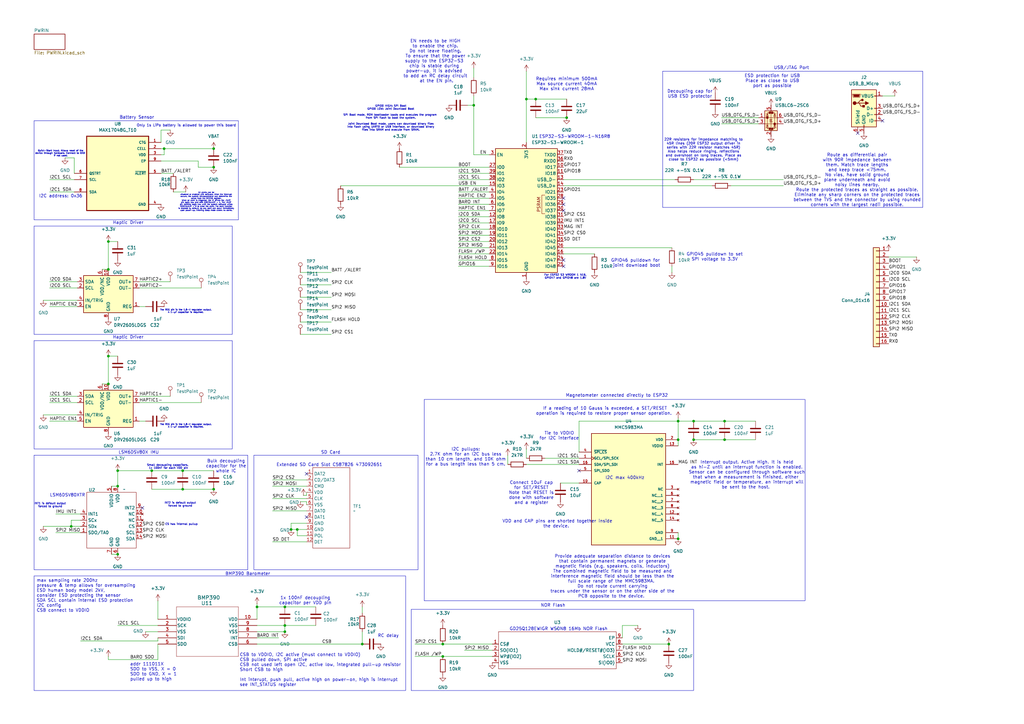
<source format=kicad_sch>
(kicad_sch (version 20250114) (generator "eeschema") (generator_version "9.0")
  (paper "A3")
  (rectangle (start 104.14 186.69) (end 171.45 233.68))
  (rectangle (start 173.99 163.83) (end 330.2 246.38))
  (rectangle (start 13.97 139.7) (end 95.25 184.15))
  (rectangle (start 271.78 29.21) (end 378.46 85.09))
  (rectangle (start 168.656 249.936) (end 284.48 283.21))
  (rectangle (start 13.97 186.69) (end 101.6 233.68))
  (rectangle (start 13.97 49.53) (end 97.79 90.17))
  (rectangle (start 13.97 236.22) (end 166.37 283.21))
  (rectangle (start 13.97 92.71) (end 95.25 137.16))
  (text "LSM6DSV80XTR" (at 27.686 203.2 0) (effects (font (size 1.27 1.27))))
  (text "INT2 is default output\nforced to ground" (at 73.914 207.01 0) (effects (font (size 0.762 0.762))))
  (text "I2C address: 0x36" (at 24.892 80.518 0) (effects (font (size 1.27 1.27))))
  (text "Connect 10uF cap\nfor SET/RESET\nNote that RESET is\ndone with software\nand a register" (at 217.932 202.184 0) (effects (font (size 1.27 1.27))))
  (text "EN needs to be HIGH\nto enable the chip.\nDo not leave floating.\nTo ensure that the power\nsupply to the ESP32-S3 \nchip is stable during \npower-up, it is advised \nto add an RC delay circuit\n at the EN pin." (at 178.562 25.146 0) (effects (font (size 1.27 1.27))))
  (text "ESP32-S3-WROOM-1-N16R8\n" (at 235.712 56.134 0) (effects (font (size 1.27 1.27))))
  (text "ESD protection for USB\nPlace as close to USB\nport as possible" (at 316.738 33.274 0) (effects (font (size 1.27 1.27))))
  (text "CS has internal pullup" (at 74.422 215.138 0) (effects (font (size 0.762 0.762))))
  (text "GPIO46 pulldown for \njoint download boot" (at 261.112 107.95 0) (effects (font (size 1.27 1.27))))
  (text "VDD and CAP pins are shorted together inside\nthe device. " (at 228.6 214.884 0) (effects (font (size 1.27 1.27))))
  (text "Battery Sensor" (at 56.134 48.26 0) (effects (font (size 1.27 1.27))))
  (text "GPIO45 pulldown to set\nSPI voltage to 3.3V" (at 293.116 105.41 0) (effects (font (size 1.27 1.27))))
  (text "Route as differential pair\nwith 90R impedance between\nthem. Match trace lengths\nand keep trace <75mm.\nNo vias, have solid ground\nplane underneath and avoid\nnoisy lines nearby.\nRoute the protected traces as straight as possible.\nEliminate any sharp corners on the protected traces\nbetween the TVS and the connector by using rounded\ncorners with the largest radii possible." (at 351.536 73.914 0) (effects (font (size 1.27 1.27))))
  (text "Small decoupling capacitors, \n1x 100nF for each VDD pin" (at 69.088 191.516 0) (effects (font (size 0.762 0.762))))
  (text "I2C max 400kHz" (at 256.286 196.088 0) (effects (font (size 1.27 1.27))))
  (text "LSM6DSV80X IMU" (at 56.896 185.674 0) (effects (font (size 1.27 1.27))))
  (text "RC delay" (at 159.258 260.858 0) (effects (font (size 1.27 1.27))))
  (text "Extended SD Card Slot C587826 473092651" (at 135.128 190.754 0) (effects (font (size 1.27 1.27))))
  (text "Bulk decoupling\ncapacitor for the\nwhole IC" (at 92.71 191.262 0) (effects (font (size 1.27 1.27))))
  (text "Haptic Driver" (at 52.578 91.44 0) (effects (font (size 1.27 1.27))))
  (text "addr 111011X\nSDO to VSS, X = 0\nSDO to GND, X = 1\npulled up to high" (at 53.34 275.59 0) (effects (font (size 1.27 1.27)) (justify left)))
  (text "Haptic Driver" (at 52.578 138.43 0) (effects (font (size 1.27 1.27))))
  (text "max sampling rate 200hz\npressure & temp allows for oversampling\nESD human body model 2kV, \nconsider ESD protecting the sensor\nSDA SCL contain internal ESD protection\nI2C config\nCSB connect to VDDIO\n" (at 14.986 244.348 0) (effects (font (size 1.27 1.27)) (justify left)))
  (text "Only 1s LiPo battery is allowed to power this board" (at 76.454 51.562 0) (effects (font (size 1.016 1.016))))
  (text "For ESP32 S3 WROOM 1 N16,\nGPIO47 and GPIO48 are 1.8V" (at 231.902 113.538 0) (effects (font (size 0.762 0.762))))
  (text "Magnetometer connected directly to ESP32" (at 252.984 162.306 0) (effects (font (size 1.27 1.27))))
  (text "I2C pullups:\n2.7K ohm for an I2C bus less\nthan 10 cm length, and 10K ohm\nfor a bus length less than 5 cm." (at 191.008 187.452 0) (effects (font (size 1.27 1.27))))
  (text "Tie to VDDIO\nfor I2C interface" (at 229.362 178.816 0) (effects (font (size 1.27 1.27))))
  (text "The REG pin is the 1.8-V regulator output.\nA 1-µF capacitor is required." (at 76.2 174.752 0) (effects (font (size 0.635 0.635))))
  (text "Interrupt output. Active High. It is held\nas hi-Z until an interrupt function is enabled.\nSensor can be configured through software such\nthat when a measurement is finished, either \nmagnetic field or temperature, an interrupt will\nbe sent to the host. " (at 306.324 194.818 0) (effects (font (size 1.27 1.27))))
  (text "Requires minimum 500mA\nMax source current 40mA\nMax sink current 28mA" (at 232.41 34.544 0) (effects (font (size 1.27 1.27))))
  (text "INT1 is default output\nforced to ground" (at 20.574 207.264 0) (effects (font (size 0.762 0.762))))
  (text "BMP390 Barometer" (at 101.6 235.458 0) (effects (font (size 1.27 1.27))))
  (text "1x 100nF decoupling\ncapacitor per VDD pin" (at 125.222 246.38 0) (effects (font (size 1.27 1.27))))
  (text "Quick-Start Input. Allows reset of the\ndevice through hardware. Connect to GND \nif not used." (at 24.892 62.992 0) (effects (font (size 0.635 0.635))))
  (text "NOR Flash" (at 226.822 248.412 0) (effects (font (size 1.27 1.27))))
  (text "The REG pin is the 1.8-V regulator output.\nA 1-µF capacitor is required." (at 76.2 127.762 0) (effects (font (size 0.635 0.635))))
  (text "USB/JTAG Port" (at 324.612 27.94 0) (effects (font (size 1.27 1.27))))
  (text "All alerts can be\ndisabled or enabled with software. When the interrupt\noccurs, the system microcontroller can determine the\ncause from the STATUS register.\nWhen an alert is triggered, the IC drives the /ALRT\npin logic-low and sets CONFIG.ALRT = 1. The /ALRT\npin remains logic-low until the system software writes\nCONFIG.ALRT = 0 to clear the alert. The alert function\nis enabled by default, so any alert can occur immediately\nupon power-up. Entering sleep mode clears no alerts." (at 84.582 82.804 0) (effects (font (size 0.508 0.508))))
  (text "CSB to VDDIO, I2C active (must connect to VDDIO)\nCSB pulled down, SPI active\nCSB not used left open I2C, active low, integrated pull-up resistor\nShort CSB to high\n\nInt interupt, push pull, active high on power-on, high is interrupt\nsee INT_STATUS register " (at 98.298 274.828 0) (effects (font (size 1.27 1.27)) (justify left)))
  (text "22R resistors for impedance matching to\n45R lines (20R ESP32 output driver in\nseries with 22R resistor matches 45R)\nAlso helps reduce ringing, reflections\nand overshoot on long traces. Place as\nclose to ESP32 as possible (<5mm)" (at 288.544 61.468 0) (effects (font (size 1.016 1.016))))
  (text "GPIO0 HIGH: SPI Boot\nGPIO0 LOW: Joint Download Boot\n\nSPI Boot mode, ROM bootloader loads and executes the program \nfrom SPI flash to boot the system.\n\nJoint Download Boot mode, users can download binary files\ninto flash using UART0 or USB interface, or download binary\nfiles into SRAM and execute from SRAM." (at 160.274 48.514 0) (effects (font (size 0.762 0.762))))
  (text "GD25Q128EWIGR WSON8 16Mb NOR Flash" (at 229.108 258.064 0) (effects (font (size 1.27 1.27))))
  (text "SD Card" (at 135.636 185.674 0) (effects (font (size 1.27 1.27))))
  (text "Provide adequate separation distance to devices\nthat contain permanent magnets or generate\nmagnetic fields (e.g. speakers, coils, inductors)\nThe combined magnetic field to be measured and\ninterference magnetic field should be less than the\nfull scale range of the MMC5983MA. \nDo not route current carrying\ntraces under the sensor or on the other side of the\nPCB opposite to the device. \n" (at 251.206 236.474 0) (effects (font (size 1.27 1.27))))
  (text "Decoupling cap for\nUSB ESD protector" (at 282.956 38.608 0) (effects (font (size 1.27 1.27))))
  (text "If a reading of 10 Gauss is exceeded, a SET/RESET\noperation is required to restore proper sensor operation. " (at 248.158 168.656 0) (effects (font (size 1.27 1.27))))
  (junction (at 121.92 217.17))
  (junction (at 278.13 180.34))
  (junction (at 116.84 256.54))
  (junction (at 44.45 157.48))
  (junction (at 278.13 172.72))
  (junction (at 74.93 193.04))
  (junction (at 215.9 40.64))
  (junction (at 284.48 172.72))
  (junction (at 232.41 48.26))
  (junction (at 44.45 110.49))
  (junction (at 48.26 227.33))
  (junction (at 87.63 200.66))
  (junction (at 194.31 43.18))
  (junction (at 44.45 146.05))
  (junction (at 105.41 248.92))
  (junction (at 116.84 248.92))
  (junction (at 48.26 199.39))
  (junction (at 181.61 264.16))
  (junction (at 278.13 220.98))
  (junction (at 119.38 217.17))
  (junction (at 44.45 99.06))
  (junction (at 87.63 68.58))
  (junction (at 67.31 60.96))
  (junction (at 62.23 193.04))
  (junction (at 29.21 215.9))
  (junction (at 219.71 40.64))
  (junction (at 48.26 193.04))
  (junction (at 87.63 60.96))
  (junction (at 181.61 269.24))
  (junction (at 116.84 259.08))
  (junction (at 297.18 180.34))
  (junction (at 74.93 200.66))
  (junction (at 297.18 172.72))
  (junction (at 274.32 264.16))
  (junction (at 148.59 264.16))
  (junction (at 284.48 180.34))
  (no_connect (at 231.14 106.68))
  (no_connect (at 231.14 86.36))
  (no_connect (at 237.49 193.04))
  (no_connect (at 125.73 194.31))
  (no_connect (at 231.14 109.22))
  (no_connect (at 361.95 49.53))
  (no_connect (at 231.14 81.28))
  (no_connect (at 58.42 208.28))
  (no_connect (at 231.14 83.82))
  (no_connect (at 125.73 212.09))
  (no_connect (at 351.79 54.61))
  (wire (pts (xy 299.72 76.2) (xy 321.31 76.2)))
  (wire (pts (xy 66.04 53.34) (xy 69.85 53.34)))
  (wire (pts (xy 123.19 137.16) (xy 135.89 137.16)))
  (wire (pts (xy 187.96 106.68) (xy 200.66 106.68)))
  (wire (pts (xy 187.96 96.52) (xy 200.66 96.52)))
  (wire (pts (xy 111.76 199.39) (xy 125.73 199.39)))
  (wire (pts (xy 255.27 264.16) (xy 274.32 264.16)))
  (wire (pts (xy 278.13 171.45) (xy 278.13 172.72)))
  (wire (pts (xy 57.15 165.1) (xy 82.55 165.1)))
  (wire (pts (xy 22.86 210.82) (xy 33.02 210.82)))
  (wire (pts (xy 62.23 200.66) (xy 74.93 200.66)))
  (wire (pts (xy 33.02 262.89) (xy 64.77 262.89)))
  (wire (pts (xy 64.77 264.16) (xy 64.77 270.51)))
  (wire (pts (xy 187.96 99.06) (xy 200.66 99.06)))
  (wire (pts (xy 17.78 215.9) (xy 29.21 215.9)))
  (wire (pts (xy 278.13 172.72) (xy 278.13 180.34)))
  (wire (pts (xy 81.28 66.04) (xy 81.28 68.58)))
  (wire (pts (xy 111.76 209.55) (xy 125.73 209.55)))
  (wire (pts (xy 33.02 213.36) (xy 29.21 213.36)))
  (wire (pts (xy 219.71 48.26) (xy 232.41 48.26)))
  (wire (pts (xy 116.84 256.54) (xy 129.54 256.54)))
  (wire (pts (xy 121.92 219.71) (xy 121.92 217.17)))
  (wire (pts (xy 57.15 162.56) (xy 69.85 162.56)))
  (wire (pts (xy 74.93 200.66) (xy 87.63 200.66)))
  (wire (pts (xy 123.19 111.76) (xy 135.89 111.76)))
  (wire (pts (xy 208.28 186.69) (xy 208.28 190.5)))
  (wire (pts (xy 45.72 199.39) (xy 48.26 199.39)))
  (wire (pts (xy 26.67 64.77) (xy 30.48 64.77)))
  (wire (pts (xy 64.77 246.38) (xy 64.77 254)))
  (wire (pts (xy 30.48 73.66) (xy 20.32 73.66)))
  (wire (pts (xy 231.14 101.6) (xy 275.59 101.6)))
  (wire (pts (xy 20.32 165.1) (xy 31.75 165.1)))
  (wire (pts (xy 17.78 123.19) (xy 31.75 123.19)))
  (wire (pts (xy 219.71 40.64) (xy 232.41 40.64)))
  (wire (pts (xy 105.41 259.08) (xy 116.84 259.08)))
  (wire (pts (xy 20.32 125.73) (xy 31.75 125.73)))
  (wire (pts (xy 105.41 256.54) (xy 116.84 256.54)))
  (wire (pts (xy 237.49 185.42) (xy 237.49 172.72)))
  (wire (pts (xy 114.3 261.62) (xy 105.41 261.62)))
  (wire (pts (xy 66.04 60.96) (xy 67.31 60.96)))
  (wire (pts (xy 30.48 78.74) (xy 20.32 78.74)))
  (wire (pts (xy 231.14 73.66) (xy 276.86 73.66)))
  (wire (pts (xy 20.32 162.56) (xy 31.75 162.56)))
  (wire (pts (xy 41.91 110.49) (xy 44.45 110.49)))
  (wire (pts (xy 67.31 60.96) (xy 87.63 60.96)))
  (wire (pts (xy 125.73 203.2) (xy 124.46 203.2)))
  (wire (pts (xy 66.04 71.12) (xy 71.12 71.12)))
  (wire (pts (xy 67.31 60.96) (xy 67.31 63.5)))
  (wire (pts (xy 148.59 248.92) (xy 148.59 251.46)))
  (wire (pts (xy 62.23 193.04) (xy 74.93 193.04)))
  (wire (pts (xy 215.9 190.5) (xy 237.49 190.5)))
  (wire (pts (xy 194.31 63.5) (xy 200.66 63.5)))
  (wire (pts (xy 215.9 40.64) (xy 215.9 58.42)))
  (wire (pts (xy 187.96 88.9) (xy 200.66 88.9)))
  (wire (pts (xy 181.61 269.24) (xy 201.93 269.24)))
  (wire (pts (xy 148.59 259.08) (xy 148.59 264.16)))
  (wire (pts (xy 111.76 204.47) (xy 125.73 204.47)))
  (wire (pts (xy 59.69 172.72) (xy 57.15 172.72)))
  (wire (pts (xy 187.96 83.82) (xy 200.66 83.82)))
  (wire (pts (xy 125.73 205.74) (xy 125.73 207.01)))
  (wire (pts (xy 187.96 91.44) (xy 200.66 91.44)))
  (wire (pts (xy 44.45 99.06) (xy 48.26 99.06)))
  (wire (pts (xy 66.04 58.42) (xy 66.04 53.34)))
  (wire (pts (xy 121.92 217.17) (xy 125.73 217.17)))
  (wire (pts (xy 194.31 27.94) (xy 194.31 31.75)))
  (wire (pts (xy 125.73 201.93) (xy 125.73 203.2)))
  (wire (pts (xy 123.19 127) (xy 135.89 127)))
  (wire (pts (xy 20.32 115.57) (xy 31.75 115.57)))
  (wire (pts (xy 64.77 262.89) (xy 64.77 261.62)))
  (wire (pts (xy 123.19 116.84) (xy 135.89 116.84)))
  (wire (pts (xy 295.91 48.26) (xy 311.15 48.26)))
  (wire (pts (xy 194.31 39.37) (xy 194.31 43.18)))
  (wire (pts (xy 48.26 193.04) (xy 48.26 199.39)))
  (wire (pts (xy 163.83 68.58) (xy 200.66 68.58)))
  (wire (pts (xy 223.52 187.96) (xy 237.49 187.96)))
  (wire (pts (xy 123.19 205.74) (xy 125.73 205.74)))
  (wire (pts (xy 190.5 266.7) (xy 201.93 266.7)))
  (wire (pts (xy 111.76 196.85) (xy 125.73 196.85)))
  (wire (pts (xy 295.91 50.8) (xy 311.15 50.8)))
  (wire (pts (xy 123.19 121.92) (xy 135.89 121.92)))
  (wire (pts (xy 22.86 218.44) (xy 33.02 218.44)))
  (wire (pts (xy 20.32 172.72) (xy 31.75 172.72)))
  (wire (pts (xy 44.45 146.05) (xy 44.45 157.48)))
  (wire (pts (xy 367.03 39.37) (xy 361.95 39.37)))
  (wire (pts (xy 45.72 227.33) (xy 48.26 227.33)))
  (wire (pts (xy 284.48 73.66) (xy 321.31 73.66)))
  (wire (pts (xy 215.9 40.64) (xy 219.71 40.64)))
  (wire (pts (xy 187.96 86.36) (xy 200.66 86.36)))
  (wire (pts (xy 275.59 111.76) (xy 275.59 109.22)))
  (wire (pts (xy 105.41 264.16) (xy 148.59 264.16)))
  (wire (pts (xy 181.61 264.16) (xy 201.93 264.16)))
  (wire (pts (xy 187.96 109.22) (xy 200.66 109.22)))
  (wire (pts (xy 297.18 180.34) (xy 309.88 180.34)))
  (wire (pts (xy 57.15 118.11) (xy 82.55 118.11)))
  (wire (pts (xy 170.18 269.24) (xy 181.61 269.24)))
  (wire (pts (xy 284.48 172.72) (xy 297.18 172.72)))
  (wire (pts (xy 278.13 180.34) (xy 278.13 182.88)))
  (wire (pts (xy 231.14 76.2) (xy 292.1 76.2)))
  (wire (pts (xy 66.04 63.5) (xy 67.31 63.5)))
  (wire (pts (xy 187.96 104.14) (xy 200.66 104.14)))
  (wire (pts (xy 48.26 256.54) (xy 64.77 256.54)))
  (wire (pts (xy 187.96 101.6) (xy 200.66 101.6)))
  (wire (pts (xy 215.9 184.15) (xy 215.9 187.96)))
  (wire (pts (xy 119.38 214.63) (xy 119.38 217.17)))
  (wire (pts (xy 17.78 170.18) (xy 31.75 170.18)))
  (wire (pts (xy 111.76 222.25) (xy 125.73 222.25)))
  (wire (pts (xy 105.41 248.92) (xy 116.84 248.92)))
  (wire (pts (xy 194.31 43.18) (xy 194.31 63.5)))
  (wire (pts (xy 57.15 115.57) (xy 69.85 115.57)))
  (wire (pts (xy 229.87 198.12) (xy 237.49 198.12)))
  (wire (pts (xy 278.13 218.44) (xy 278.13 220.98)))
  (wire (pts (xy 297.18 172.72) (xy 309.88 172.72)))
  (wire (pts (xy 187.96 81.28) (xy 200.66 81.28)))
  (wire (pts (xy 231.14 104.14) (xy 243.84 104.14)))
  (wire (pts (xy 237.49 172.72) (xy 278.13 172.72)))
  (wire (pts (xy 59.69 259.08) (xy 64.77 259.08)))
  (wire (pts (xy 44.45 146.05) (xy 48.26 146.05)))
  (wire (pts (xy 30.48 64.77) (xy 30.48 71.12)))
  (wire (pts (xy 105.41 248.92) (xy 105.41 247.65)))
  (wire (pts (xy 215.9 29.21) (xy 215.9 40.64)))
  (wire (pts (xy 105.41 254) (xy 105.41 248.92)))
  (wire (pts (xy 44.45 99.06) (xy 44.45 110.49)))
  (wire (pts (xy 48.26 193.04) (xy 62.23 193.04)))
  (wire (pts (xy 29.21 215.9) (xy 33.02 215.9)))
  (wire (pts (xy 41.91 157.48) (xy 44.45 157.48)))
  (wire (pts (xy 255.27 256.54) (xy 255.27 261.62)))
  (wire (pts (xy 66.04 66.04) (xy 81.28 66.04)))
  (wire (pts (xy 261.62 256.54) (xy 255.27 256.54)))
  (wire (pts (xy 278.13 172.72) (xy 284.48 172.72)))
  (wire (pts (xy 44.45 270.51) (xy 64.77 270.51)))
  (wire (pts (xy 44.45 269.24) (xy 44.45 270.51)))
  (wire (pts (xy 29.21 213.36) (xy 29.21 215.9)))
  (wire (pts (xy 74.93 193.04) (xy 87.63 193.04)))
  (wire (pts (xy 170.18 264.16) (xy 181.61 264.16)))
  (wire (pts (xy 59.69 125.73) (xy 57.15 125.73)))
  (wire (pts (xy 116.84 248.92) (xy 129.54 248.92)))
  (wire (pts (xy 81.28 68.58) (xy 87.63 68.58)))
  (wire (pts (xy 191.77 43.18) (xy 194.31 43.18)))
  (wire (pts (xy 125.73 214.63) (xy 119.38 214.63)))
  (wire (pts (xy 125.73 219.71) (xy 121.92 219.71)))
  (wire (pts (xy 116.84 259.08) (xy 116.84 256.54)))
  (wire (pts (xy 187.96 78.74) (xy 200.66 78.74)))
  (wire (pts (xy 20.32 118.11) (xy 31.75 118.11)))
  (wire (pts (xy 284.48 180.34) (xy 297.18 180.34)))
  (wire (pts (xy 364.49 105.41) (xy 375.92 105.41)))
  (wire (pts (xy 187.96 71.12) (xy 200.66 71.12)))
  (wire (pts (xy 123.19 132.08) (xy 135.89 132.08)))
  (wire (pts (xy 119.38 217.17) (xy 121.92 217.17)))
  (wire (pts (xy 187.96 73.66) (xy 200.66 73.66)))
  (wire (pts (xy 139.7 76.2) (xy 200.66 76.2)))
  (wire (pts (xy 71.12 78.74) (xy 76.2 78.74)))
  (wire (pts (xy 187.96 93.98) (xy 200.66 93.98)))
  (label "SPI2 CLK" (at 58.42 218.44 0))
  (label "SPI2 CLK" (at 187.96 93.98 0))
  (label "GPIO16" (at 364.49 118.11 0))
  (label "TX0" (at 231.14 63.5 0))
  (label "GPIO17" (at 231.14 68.58 0))
  (label "BATT {slash}ALERT" (at 187.96 78.74 0))
  (label "GPIO18" (at 364.49 123.19 0))
  (label "HAPTIC2+" (at 57.15 115.57 0))
  (label "USB_OTG_FS_D+" (at 321.31 76.2 0))
  (label "SPI2 MISO" (at 22.86 218.44 0))
  (label "MAG INT" (at 231.14 93.98 0))
  (label "USB_OTG_FS_D-" (at 321.31 48.26 0))
  (label "I2C0 SCL" (at 187.96 91.44 0))
  (label "FLASH {slash}WP" (at 170.18 269.24 0))
  (label "SPI2 MOSI" (at 135.89 121.92 0))
  (label "SPI2 CS0" (at 58.42 215.9 0))
  (label "SPI2 MOSI" (at 111.76 199.39 0))
  (label "USB_OTG_FS_D+" (at 295.91 50.8 0))
  (label "TX0" (at 364.49 138.43 0))
  (label "BATT {slash}ALERT" (at 66.04 71.12 0))
  (label "HAPTIC EN1" (at 20.32 172.72 0))
  (label "SPI2 CS2" (at 111.76 196.85 0))
  (label "USB_OTG_FS_D-" (at 321.31 73.66 0))
  (label "HAPTIC1-" (at 57.15 165.1 0))
  (label "EN" (at 196.85 63.5 0))
  (label "GPIO21" (at 364.49 110.49 0))
  (label "I2C0 SDA" (at 364.49 113.03 0))
  (label "FLASH HOLD" (at 255.27 266.7 0))
  (label "SPI2 CLK" (at 135.89 116.84 0))
  (label "I2C1 SCL" (at 20.32 165.1 0))
  (label "BOOT" (at 364.49 107.95 0))
  (label "BATT {slash}ALERT" (at 135.89 111.76 0))
  (label "CSB" (at 132.08 264.16 0))
  (label "I2C1 SCL" (at 364.49 128.27 0))
  (label "GPIO17" (at 364.49 120.65 0))
  (label "I2C0 SCL" (at 364.49 115.57 0))
  (label "SPI2 MISO" (at 190.5 266.7 0))
  (label "SPI2 CLK" (at 111.76 204.47 0))
  (label "SPI2 CS1" (at 135.89 137.16 0))
  (label "SPI2 CS2" (at 187.96 99.06 0))
  (label "RX0" (at 231.14 66.04 0))
  (label "FLASH HOLD" (at 135.89 132.08 0))
  (label "HAPTIC2-" (at 57.15 118.11 0))
  (label "SPI2 MOSI" (at 187.96 96.52 0))
  (label "HAPTIC EN2" (at 187.96 81.28 0))
  (label "SPI2 MOSI" (at 255.27 271.78 0))
  (label "SPI2 MISO" (at 187.96 101.6 0))
  (label "SPI2 MISO" (at 111.76 209.55 0))
  (label "I2C1 SCL" (at 48.26 256.54 0))
  (label "USB EN" (at 187.96 76.2 0))
  (label "FLASH HOLD" (at 187.96 106.68 0))
  (label "USB_OTG_FS_D-" (at 295.91 48.26 0))
  (label "HAPTIC EN2" (at 20.32 125.73 0))
  (label "I2C0 SDA" (at 187.96 88.9 0))
  (label "HAPTIC EN1" (at 187.96 86.36 0))
  (label "BARO INT" (at 114.3 261.62 180))
  (label "SPI2 CS1" (at 231.14 88.9 0))
  (label "I2C1 SDA" (at 364.49 125.73 0))
  (label "I2C1 SDA" (at 187.96 71.12 0))
  (label "I2C1 SDA" (at 33.02 262.89 0))
  (label "IMU INT1" (at 231.14 91.44 0))
  (label "SD DET" (at 231.14 99.06 0))
  (label "I2C1 SCL" (at 228.6 187.96 0))
  (label "BARO INT" (at 187.96 83.82 0))
  (label "I2C0 SDA" (at 20.32 115.57 0))
  (label "USB_OTG_FS_D+" (at 321.31 50.8 0))
  (label "I2C1 SCL" (at 20.32 73.66 0))
  (label "I2C1 SDA" (at 20.32 162.56 0))
  (label "GPIO21" (at 231.14 78.74 0))
  (label "SPI2 MISO" (at 364.49 135.89 0))
  (label "MAG INT" (at 278.13 190.5 0))
  (label "BARO SDO" (at 53.34 270.51 0))
  (label "SPI2 CS0" (at 231.14 96.52 0))
  (label "USB_OTG_FS_D-" (at 361.95 46.99 0))
  (label "RX0" (at 364.49 140.97 0))
  (label "USB_OTG_FS_D+" (at 361.95 44.45 0))
  (label "SD DET" (at 111.76 222.25 0))
  (label "SPI2 CS1" (at 170.18 264.16 0))
  (label "HAPTIC1+" (at 57.15 162.56 0))
  (label "I2C1 SCL" (at 187.96 73.66 0))
  (label "SPI2 MOSI" (at 364.49 133.35 0))
  (label "SPI2 MISO" (at 135.89 127 0))
  (label "I2C1 SDA" (at 228.6 190.5 0))
  (label "SPI2 CLK" (at 255.27 269.24 0))
  (label "I2C1 SDA" (at 20.32 78.74 0))
  (label "GPIO18" (at 231.14 71.12 0))
  (label "I2C0 SCL" (at 20.32 118.11 0))
  (label "BOOT" (at 187.96 68.58 0))
  (label "GPIO16" (at 187.96 109.22 0))
  (label "SPI2 MOSI" (at 58.42 220.98 0))
  (label "IMU INT1" (at 22.86 210.82 0))
  (label "FLASH {slash}WP" (at 187.96 104.14 0))
  (label "SPI2 CLK" (at 364.49 130.81 0))
  (symbol (lib_id "Device:C") (at 187.96 43.18 90) (unit 1)
    (property "Reference" "C18" (at 187.96 35.56 90))
    (property "Value" "1uF" (at 187.96 38.1 90))
    (property "Footprint" "Capacitor_SMD:C_0402_1005Metric" (effects (hide yes)))
    (property "Description" "Unpolarized capacitor" (effects (hide yes)))
  )
  (symbol (lib_id "power:GND") (at 87.63 200.66 0) (unit 1)
    (property "Reference" "#PWR09" (effects (hide yes)))
    (property "Value" "GND" (at 87.63 205.74 0))
    (property "Description" "Power symbol creates a global label with name \"GND\" , ground" (effects (hide yes)))
  )
  (symbol (lib_id "Device:C") (at 87.63 64.77 0) (unit 1)
    (property "Reference" "C22" (at 91.44 63.4999 0) (effects (justify left)))
    (property "Value" "100nF" (at 91.44 66.0399 0) (effects (justify left)))
    (property "Footprint" "Capacitor_SMD:C_0402_1005Metric" (effects (hide yes)))
    (property "Description" "Unpolarized capacitor" (effects (hide yes)))
  )
  (symbol (lib_id "Device:C") (at 152.4 264.16 90) (unit 1)
    (property "Reference" "C28" (at 152.4 256.54 90))
    (property "Value" "1uF" (at 152.4 259.08 90))
    (property "Footprint" "Capacitor_SMD:C_0402_1005Metric" (effects (hide yes)))
    (property "Description" "Unpolarized capacitor" (effects (hide yes)))
  )
  (symbol (lib_id "Connector_Generic:Conn_01x16") (at 359.41 120.65 0) (mirror y) (unit 1)
    (property "Reference" "J4" (at 356.87 120.6499 0) (effects (justify left)))
    (property "Value" "Conn_01x16" (at 356.87 123.1899 0) (effects (justify left)))
    (property "Footprint" "Connector_PinHeader_1.27mm:PinHeader_1x16_P1.27mm_Vertical" (effects (hide yes)))
    (property "Description" "Generic connector, single row, 01x16, script generated (kicad-library-utils/schlib/autogen/connector/)" (effects (hide yes)))
  )
  (symbol (lib_id "Device:C") (at 48.26 149.86 180) (unit 1)
    (property "Reference" "C30" (at 52.07 148.5899 0) (effects (justify right)))
    (property "Value" "1uF" (at 52.07 151.1299 0) (effects (justify right)))
    (property "Footprint" "Capacitor_SMD:C_0402_1005Metric" (effects (hide yes)))
    (property "Description" "Unpolarized capacitor" (effects (hide yes)))
  )
  (symbol (lib_id "power:+3.3V") (at 64.77 246.38 0) (unit 1)
    (property "Reference" "#PWR055" (effects (hide yes)))
    (property "Value" "+3.3V" (at 64.77 241.3 0))
    (property "Description" "Power symbol creates a global label with name \"+3.3V\"" (effects (hide yes)))
  )
  (symbol (lib_id "Device:R") (at 194.31 35.56 0) (unit 1)
    (property "Reference" "R5" (at 196.85 34.2899 0) (effects (justify left)))
    (property "Value" "10kR" (at 196.85 36.8299 0) (effects (justify left)))
    (property "Footprint" "Resistor_SMD:R_0201_0603Metric" (effects (hide yes)))
    (property "Description" "Resistor" (effects (hide yes)))
  )
  (symbol (lib_id "power:GND") (at 26.67 64.77 0) (unit 1)
    (property "Reference" "#PWR060" (effects (hide yes)))
    (property "Value" "GND" (at 26.67 69.85 0))
    (property "Description" "Power symbol creates a global label with name \"GND\" , ground" (effects (hide yes)))
  )
  (symbol (lib_id "power:GND") (at 284.48 180.34 0) (unit 1)
    (property "Reference" "#PWR019" (effects (hide yes)))
    (property "Value" "GND" (at 284.48 185.42 0))
    (property "Description" "Power symbol creates a global label with name \"GND\" , ground" (effects (hide yes)))
  )
  (symbol (lib_id "power:GND") (at 215.9 114.3 0) (unit 1)
    (property "Reference" "#PWR04" (effects (hide yes)))
    (property "Value" "GND" (at 215.9 119.38 0))
    (property "Description" "Power symbol creates a global label with name \"GND\" , ground" (effects (hide yes)))
  )
  (symbol (lib_id "Device:R") (at 243.84 107.95 0) (unit 1)
    (property "Reference" "R3" (at 246.38 106.6799 0) (effects (justify left)))
    (property "Value" "10kR" (at 246.38 109.2199 0) (effects (justify left)))
    (property "Footprint" "Resistor_SMD:R_0201_0603Metric" (effects (hide yes)))
    (property "Description" "Resistor" (effects (hide yes)))
  )
  (symbol (lib_id "power:+3.3V") (at 87.63 60.96 0) (unit 1)
    (property "Reference" "#PWR057" (effects (hide yes)))
    (property "Value" "VBAT" (at 87.63 55.88 0))
    (property "Description" "Power symbol creates a global label with name \"+3.3V\"" (effects (hide yes)))
  )
  (symbol (lib_id "Device:C") (at 297.18 176.53 0) (unit 1)
    (property "Reference" "C20" (at 300.99 175.2599 0) (effects (justify left)))
    (property "Value" "100nF" (at 300.99 177.7999 0) (effects (justify left)))
    (property "Footprint" "Capacitor_SMD:C_0402_1005Metric" (effects (hide yes)))
    (property "Description" "Unpolarized capacitor" (effects (hide yes)))
  )
  (symbol (lib_id "Device:R") (at 275.59 105.41 0) (unit 1)
    (property "Reference" "R4" (at 278.13 104.1399 0) (effects (justify left)))
    (property "Value" "10kR" (at 278.13 106.6799 0) (effects (justify left)))
    (property "Footprint" "Resistor_SMD:R_0201_0603Metric" (effects (hide yes)))
    (property "Description" "Resistor" (effects (hide yes)))
  )
  (symbol (lib_id "Device:C") (at 274.32 267.97 0) (unit 1)
    (property "Reference" "C27" (at 278.13 266.6999 0) (effects (justify left)))
    (property "Value" "100nF" (at 278.13 269.2399 0) (effects (justify left)))
    (property "Footprint" "Capacitor_SMD:C_0402_1005Metric" (effects (hide yes)))
    (property "Description" "Unpolarized capacitor" (effects (hide yes)))
  )
  (symbol (lib_id "Connector:TestPoint") (at 82.55 118.11 0) (unit 1)
    (property "Reference" "TP4" (at 85.09 113.5379 0) (effects (justify left)))
    (property "Value" "TestPoint" (at 85.09 116.0779 0) (effects (justify left)))
    (property "Footprint" "TestPoint:TestPoint_Pad_2.0x2.0mm" (effects (hide yes)))
    (property "Description" "test point" (effects (hide yes)))
  )
  (symbol (lib_id "Driver_Haptic:DRV2605LDGS") (at 44.45 167.64 0) (unit 1)
    (property "Reference" "U6" (at 46.5933 177.8 0) (effects (justify left)))
    (property "Value" "DRV2605LDGS" (at 46.5933 180.34 0) (effects (justify left)))
    (property "Footprint" "Package_SO:VSSOP-10_3x3mm_P0.5mm" (effects (hide yes)))
    (property "Datasheet" "http://www.ti.com/lit/ds/symlink/drv2605l.pdf" (effects (hide yes)))
    (property "Description" "Haptic driver for LRAs and ERMs with effect library, 2-5.2V, VSSOP-10" (effects (hide yes)))
  )
  (symbol (lib_id "power:GND") (at 69.85 53.34 0) (unit 1)
    (property "Reference" "#PWR061" (effects (hide yes)))
    (property "Value" "GND" (at 69.85 58.42 0))
    (property "Description" "Power symbol creates a global label with name \"GND\" , ground" (effects (hide yes)))
  )
  (symbol (lib_id "Device:C") (at 309.88 176.53 0) (unit 1)
    (property "Reference" "C21" (at 313.69 175.2599 0) (effects (justify left)))
    (property "Value" "1uF" (at 313.69 177.7999 0) (effects (justify left)))
    (property "Footprint" "Capacitor_SMD:C_0402_1005Metric" (effects (hide yes)))
    (property "Description" "Unpolarized capacitor" (effects (hide yes)))
  )
  (symbol (lib_id "Device:R") (at 163.83 64.77 0) (unit 1)
    (property "Reference" "R1" (at 166.37 63.4999 0) (effects (justify left)))
    (property "Value" "10kR" (at 166.37 66.0399 0) (effects (justify left)))
    (property "Footprint" "Resistor_SMD:R_0201_0603Metric" (effects (hide yes)))
    (property "Description" "Resistor" (effects (hide yes)))
  )
  (symbol (lib_id "Device:R") (at 181.61 273.05 0) (unit 1)
    (property "Reference" "R19" (at 184.15 271.7799 0) (effects (justify left)))
    (property "Value" "10kR" (at 184.15 274.3199 0) (effects (justify left)))
    (property "Footprint" "Resistor_SMD:R_0201_0603Metric" (effects (hide yes)))
    (property "Description" "Resistor" (effects (hide yes)))
  )
  (symbol (lib_id "Connector:TestPoint") (at 69.85 115.57 0) (unit 1)
    (property "Reference" "TP3" (at 72.39 110.9979 0) (effects (justify left)))
    (property "Value" "TestPoint" (at 72.39 113.5379 0) (effects (justify left)))
    (property "Footprint" "TestPoint:TestPoint_Pad_2.0x2.0mm" (effects (hide yes)))
    (property "Description" "test point" (effects (hide yes)))
  )
  (symbol (lib_id "power:+3.3V") (at 48.26 193.04 0) (unit 1)
    (property "Reference" "#PWR08" (effects (hide yes)))
    (property "Value" "+3.3V" (at 48.26 187.96 0))
    (property "Description" "Power symbol creates a global label with name \"+3.3V\"" (effects (hide yes)))
  )
  (symbol (lib_id "power:+3.3V") (at 148.59 248.92 0) (unit 1)
    (property "Reference" "#PWR062" (effects (hide yes)))
    (property "Value" "+3.3V" (at 148.59 243.84 0))
    (property "Description" "Power symbol creates a global label with name \"+3.3V\"" (effects (hide yes)))
  )
  (symbol (lib_id "power:GND") (at 17.78 123.19 0) (unit 1)
    (property "Reference" "#PWR034" (effects (hide yes)))
    (property "Value" "GND" (at 17.78 128.27 0))
    (property "Description" "Power symbol creates a global label with name \"GND\" , ground" (effects (hide yes)))
  )
  (symbol (lib_id "Device:C") (at 232.41 44.45 0) (unit 1)
    (property "Reference" "C17" (at 236.22 43.1799 0) (effects (justify left)))
    (property "Value" "22uF" (at 236.22 45.7199 0) (effects (justify left)))
    (property "Footprint" "Capacitor_SMD:C_0805_2012Metric" (effects (hide yes)))
    (property "Description" "Unpolarized capacitor" (effects (hide yes)))
  )
  (symbol (lib_id "power:+3.3V") (at 163.83 60.96 0) (unit 1)
    (property "Reference" "#PWR024" (effects (hide yes)))
    (property "Value" "+3.3V" (at 163.83 55.88 0))
    (property "Description" "Power symbol creates a global label with name \"+3.3V\"" (effects (hide yes)))
  )
  (symbol (lib_id "power:+3.3V") (at 124.46 203.2 0) (unit 1)
    (property "Reference" "#PWR052" (effects (hide yes)))
    (property "Value" "+3.3V" (at 120.65 200.914 0))
    (property "Description" "Power symbol creates a global label with name \"+3.3V\"" (effects (hide yes)))
  )
  (symbol (lib_id "power:GND") (at 229.87 205.74 0) (unit 1)
    (property "Reference" "#PWR021" (effects (hide yes)))
    (property "Value" "GND" (at 229.87 210.82 0))
    (property "Description" "Power symbol creates a global label with name \"GND\" , ground" (effects (hide yes)))
  )
  (symbol (lib_id "power:GND") (at 156.21 264.16 0) (unit 1)
    (property "Reference" "#PWR064" (effects (hide yes)))
    (property "Value" "GND" (at 156.21 269.24 0))
    (property "Description" "Power symbol creates a global label with name \"GND\" , ground" (effects (hide yes)))
  )
  (symbol (lib_id "power:GND") (at 48.26 227.33 0) (unit 1)
    (property "Reference" "#PWR03" (effects (hide yes)))
    (property "Value" "GND" (at 48.26 232.41 0))
    (property "Description" "Power symbol creates a global label with name \"GND\" , ground" (effects (hide yes)))
  )
  (symbol (lib_id "Connector:TestPoint") (at 123.19 132.08 0) (unit 1)
    (property "Reference" "TP16" (at 125.73 127.5079 0) (effects (justify left)))
    (property "Value" "TestPoint" (at 125.73 130.0479 0) (effects (justify left)))
    (property "Footprint" "TestPoint:TestPoint_Pad_D1.0mm" (effects (hide yes)))
    (property "Description" "test point" (effects (hide yes)))
  )
  (symbol (lib_id "Power_Protection:USBLC6-2SC6") (at 316.23 48.26 0) (unit 1)
    (property "Reference" "U9" (at 317.8811 40.64 0) (effects (justify left)))
    (property "Value" "USBLC6-2SC6" (at 317.8811 43.18 0) (effects (justify left)))
    (property "Footprint" "Package_TO_SOT_SMD:SOT-23-6" (effects (hide yes)))
    (property "Datasheet" "https://www.st.com/resource/en/datasheet/usblc6-2.pdf" (effects (hide yes)))
    (property "Description" "Very low capacitance ESD protection diode, 2 data-line, SOT-23-6" (effects (hide yes)))
  )
  (symbol (lib_id "Device:R") (at 139.7 80.01 0) (unit 1)
    (property "Reference" "R6" (at 142.24 78.7399 0) (effects (justify left)))
    (property "Value" "10kR" (at 142.24 81.2799 0) (effects (justify left)))
    (property "Footprint" "Resistor_SMD:R_0201_0603Metric" (effects (hide yes)))
    (property "Description" "Resistor" (effects (hide yes)))
  )
  (symbol (lib_id "power:+3.3V") (at 181.61 256.54 0) (unit 1)
    (property "Reference" "#PWR06" (effects (hide yes)))
    (property "Value" "+3.3V" (at 181.61 251.46 0))
    (property "Description" "Power symbol creates a global label with name \"+3.3V\"" (effects (hide yes)))
  )
  (symbol (lib_id "power:GND") (at 181.61 276.86 0) (unit 1)
    (property "Reference" "#PWR072" (effects (hide yes)))
    (property "Value" "GND" (at 181.61 281.94 0))
    (property "Description" "Power symbol creates a global label with name \"GND\" , ground" (effects (hide yes)))
  )
  (symbol (lib_id "power:GND") (at 354.33 54.61 0) (unit 1)
    (property "Reference" "#PWR07" (effects (hide yes)))
    (property "Value" "GND" (at 354.33 59.69 0))
    (property "Description" "Power symbol creates a global label with name \"GND\" , ground" (effects (hide yes)))
  )
  (symbol (lib_id "power:GND") (at 87.63 68.58 0) (unit 1)
    (property "Reference" "#PWR059" (effects (hide yes)))
    (property "Value" "GND" (at 87.63 73.66 0))
    (property "Description" "Power symbol creates a global label with name \"GND\" , ground" (effects (hide yes)))
  )
  (symbol (lib_id "Device:C") (at 229.87 201.93 0) (unit 1)
    (property "Reference" "C15" (at 233.68 200.6599 0) (effects (justify left)))
    (property "Value" "10uF" (at 233.68 203.1999 0) (effects (justify left)))
    (property "Footprint" "Capacitor_SMD:C_0603_1608Metric" (effects (hide yes)))
    (property "Description" "Unpolarized capacitor" (effects (hide yes)))
  )
  (symbol (lib_id "power:GND") (at 48.26 153.67 0) (unit 1)
    (property "Reference" "#PWR033" (effects (hide yes)))
    (property "Value" "GND" (at 48.26 158.75 0))
    (property "Description" "Power symbol creates a global label with name \"GND\" , ground" (effects (hide yes)))
  )
  (symbol (lib_id "MyBarometer:BMP390_given") (at 64.77 254 0) (unit 1)
    (property "Reference" "U11" (at 84.836 247.396 0) (effects (font (size 1.524 1.524))))
    (property "Value" "BMP390" (at 85.598 245.11 0) (effects (font (size 1.524 1.524))))
    (property "Footprint" "Custom Footprints:BMP390" (effects (hide yes)))
    (property "Datasheet" "BMP390" (effects (hide yes)))
  )
  (symbol (lib_id "Connector:TestPoint") (at 69.85 162.56 0) (unit 1)
    (property "Reference" "TP1" (at 72.39 157.9879 0) (effects (justify left)))
    (property "Value" "TestPoint" (at 72.39 160.5279 0) (effects (justify left)))
    (property "Footprint" "TestPoint:TestPoint_Pad_2.0x2.0mm" (effects (hide yes)))
    (property "Description" "test point" (effects (hide yes)))
  )
  (symbol (lib_id "power:GND") (at 275.59 111.76 0) (unit 1)
    (property "Reference" "#PWR070" (effects (hide yes)))
    (property "Value" "GND" (at 275.59 116.84 0))
    (property "Description" "Power symbol creates a global label with name \"GND\" , ground" (effects (hide yes)))
  )
  (symbol (lib_id "Device:C") (at 284.48 176.53 0) (unit 1)
    (property "Reference" "C14" (at 288.29 175.2599 0) (effects (justify left)))
    (property "Value" "100nF" (at 288.29 177.7999 0) (effects (justify left)))
    (property "Footprint" "Capacitor_SMD:C_0402_1005Metric" (effects (hide yes)))
    (property "Description" "Unpolarized capacitor" (effects (hide yes)))
  )
  (symbol (lib_id "Connector:TestPoint") (at 123.19 127 0) (unit 1)
    (property "Reference" "TP14" (at 125.73 122.4279 0) (effects (justify left)))
    (property "Value" "TestPoint" (at 125.73 124.9679 0) (effects (justify left)))
    (property "Footprint" "TestPoint:TestPoint_Pad_D1.0mm" (effects (hide yes)))
    (property "Description" "test point" (effects (hide yes)))
  )
  (symbol (lib_id "power:+3.3V") (at 44.45 269.24 0) (unit 1)
    (property "Reference" "#PWR051" (effects (hide yes)))
    (property "Value" "+3.3V" (at 39.624 266.7 0))
    (property "Description" "Power symbol creates a global label with name \"+3.3V\"" (effects (hide yes)))
  )
  (symbol (lib_id "power:+3.3V") (at 76.2 78.74 0) (unit 1)
    (property "Reference" "#PWR050" (effects (hide yes)))
    (property "Value" "+3.3V" (at 76.2 73.66 0))
    (property "Description" "Power symbol creates a global label with name \"+3.3V\"" (effects (hide yes)))
  )
  (symbol (lib_id "power:GND") (at 48.26 106.68 0) (unit 1)
    (property "Reference" "#PWR037" (effects (hide yes)))
    (property "Value" "GND" (at 48.26 111.76 0))
    (property "Description" "Power symbol creates a global label with name \"GND\" , ground" (effects (hide yes)))
  )
  (symbol (lib_id "power:GND") (at 66.04 83.82 0) (unit 1)
    (property "Reference" "#PWR045" (effects (hide yes)))
    (property "Value" "GND" (at 66.04 88.9 0))
    (property "Description" "Power symbol creates a global label with name \"GND\" , ground" (effects (hide yes)))
  )
  (symbol (lib_id "Device:R") (at 295.91 76.2 90) (unit 1)
    (property "Reference" "R8" (at 295.91 69.85 90))
    (property "Value" "22R +-5% 0.1W" (at 295.91 72.39 90))
    (property "Footprint" "Resistor_SMD:R_0201_0603Metric" (effects (hide yes)))
    (property "Description" "Resistor" (effects (hide yes)))
  )
  (symbol (lib_id "Custom Symbols:LSM6DSV80XTR_1") (at 45.72 240.03 0) (unit 1)
    (property "Reference" "U2" (at 36.322 200.914 0) (effects (justify left)))
    (property "Value" "~" (at 50.4033 200.66 0) (effects (justify left)))
    (property "Footprint" "Package_LGA:LGA-14_3x2.5mm_P0.5mm_LayoutBorder3x4y" (effects (hide yes)))
  )
  (symbol (lib_id "power:GND") (at 17.78 170.18 0) (unit 1)
    (property "Reference" "#PWR032" (effects (hide yes)))
    (property "Value" "GND" (at 17.78 175.26 0))
    (property "Description" "Power symbol creates a global label with name \"GND\" , ground" (effects (hide yes)))
  )
  (symbol (lib_id "Connector:TestPoint") (at 123.19 121.92 0) (unit 1)
    (property "Reference" "TP12" (at 125.73 117.3479 0) (effects (justify left)))
    (property "Value" "TestPoint" (at 125.73 119.8879 0) (effects (justify left)))
    (property "Footprint" "TestPoint:TestPoint_Pad_D1.0mm" (effects (hide yes)))
    (property "Description" "test point" (effects (hide yes)))
  )
  (symbol (lib_id "power:GND") (at 67.31 172.72 180) (unit 1)
    (property "Reference" "#PWR031" (effects (hide yes)))
    (property "Value" "GND" (at 67.31 167.64 0))
    (property "Description" "Power symbol creates a global label with name \"GND\" , ground" (effects (hide yes)))
  )
  (symbol (lib_id "power:GND") (at 139.7 83.82 0) (unit 1)
    (property "Reference" "#PWR090" (effects (hide yes)))
    (property "Value" "GND" (at 139.7 88.9 0))
    (property "Description" "Power symbol creates a global label with name \"GND\" , ground" (effects (hide yes)))
  )
  (symbol (lib_id "Connector:TestPoint") (at 123.19 137.16 0) (unit 1)
    (property "Reference" "TP17" (at 125.73 132.5879 0) (effects (justify left)))
    (property "Value" "TestPoint" (at 125.73 135.1279 0) (effects (justify left)))
    (property "Footprint" "TestPoint:TestPoint_Pad_D1.0mm" (effects (hide yes)))
    (property "Description" "test point" (effects (hide yes)))
  )
  (symbol (lib_id "Device:C") (at 74.93 196.85 0) (unit 1)
    (property "Reference" "C10" (at 78.74 195.5799 0) (effects (justify left)))
    (property "Value" "100nF" (at 78.74 198.1199 0) (effects (justify left)))
    (property "Footprint" "Capacitor_SMD:C_0402_1005Metric" (effects (hide yes)))
    (property "Description" "Unpolarized capacitor" (effects (hide yes)))
  )
  (symbol (lib_id "power:GND") (at 44.45 177.8 0) (unit 1)
    (property "Reference" "#PWR015" (effects (hide yes)))
    (property "Value" "GND" (at 44.45 182.88 0))
    (property "Description" "Power symbol creates a global label with name \"GND\" , ground" (effects (hide yes)))
  )
  (symbol (lib_id "Custom Symbols:MAX17048G_T10") (at 48.26 71.12 0) (unit 1)
    (property "Reference" "U8" (at 48.26 50.8 0))
    (property "Value" "MAX17048G_T10" (at 48.26 53.34 0))
    (property "Footprint" "Custom Footprints:MAX17048G+T10" (effects (hide yes)))
  )
  (symbol (lib_id "power:GND") (at 67.31 125.73 180) (unit 1)
    (property "Reference" "#PWR038" (effects (hide yes)))
    (property "Value" "GND" (effects (hide yes)))
    (property "Description" "Power symbol creates a global label with name \"GND\" , ground" (effects (hide yes)))
  )
  (symbol (lib_id "power:GND") (at 243.84 111.76 0) (unit 1)
    (property "Reference" "#PWR05" (effects (hide yes)))
    (property "Value" "GND" (at 243.84 116.84 0))
    (property "Description" "Power symbol creates a global label with name \"GND\" , ground" (effects (hide yes)))
  )
  (symbol (lib_id "Device:R") (at 212.09 190.5 90) (unit 1)
    (property "Reference" "R10" (at 212.09 184.15 90))
    (property "Value" "2k7R" (at 212.09 186.69 90))
    (property "Footprint" "Capacitor_SMD:C_0402_1005Metric" (effects (hide yes)))
    (property "Description" "Resistor" (effects (hide yes)))
  )
  (symbol (lib_id "power:+3.3V") (at 215.9 29.21 0) (unit 1)
    (property "Reference" "#PWR012" (effects (hide yes)))
    (property "Value" "+3.3V" (at 215.9 24.13 0))
    (property "Description" "Power symbol creates a global label with name \"+3.3V\"" (effects (hide yes)))
  )
  (symbol (lib_id "power:GND") (at 116.84 259.08 0) (unit 1)
    (property "Reference" "#PWR047" (effects (hide yes)))
    (property "Value" "GND" (at 116.84 264.16 0))
    (property "Description" "Power symbol creates a global label with name \"GND\" , ground" (effects (hide yes)))
  )
  (symbol (lib_id "power:+3.3V") (at 293.37 38.1 0) (unit 1)
    (property "Reference" "#PWR040" (effects (hide yes)))
    (property "Value" "VBUS" (at 293.37 33.02 0))
    (property "Description" "Power symbol creates a global label with name \"+3.3V\"" (effects (hide yes)))
  )
  (symbol (lib_id "power:+3.3V") (at 278.13 171.45 0) (unit 1)
    (property "Reference" "#PWR042" (effects (hide yes)))
    (property "Value" "+3.3V" (at 278.13 166.37 0))
    (property "Description" "Power symbol creates a global label with name \"+3.3V\"" (effects (hide yes)))
  )
  (symbol (lib_id "power:GND") (at 119.38 217.17 0) (unit 1)
    (property "Reference" "#PWR056" (effects (hide yes)))
    (property "Value" "GND" (at 116.84 217.424 0))
    (property "Description" "Power symbol creates a global label with name \"GND\" , ground" (effects (hide yes)))
  )
  (symbol (lib_id "Connector:TestPoint") (at 123.19 111.76 0) (unit 1)
    (property "Reference" "TP7" (at 125.73 107.1879 0) (effects (justify left)))
    (property "Value" "TestPoint" (at 125.73 109.7279 0) (effects (justify left)))
    (property "Footprint" "TestPoint:TestPoint_Pad_D1.0mm" (effects (hide yes)))
    (property "Description" "test point" (effects (hide yes)))
  )
  (symbol (lib_id "Device:C") (at 129.54 252.73 180) (unit 1)
    (property "Reference" "C2" (at 133.858 251.714 0))
    (property "Value" "100nF" (at 135.636 254.254 0))
    (property "Footprint" "Capacitor_SMD:C_0402_1005Metric" (effects (hide yes)))
    (property "Description" "Unpolarized capacitor" (effects (hide yes)))
  )
  (symbol (lib_id "Device:C") (at 63.5 172.72 270) (unit 1)
    (property "Reference" "C29" (at 63.5 180.34 90))
    (property "Value" "1uF" (at 64.77 177.8 90))
    (property "Footprint" "Capacitor_SMD:C_0402_1005Metric" (effects (hide yes)))
    (property "Description" "Unpolarized capacitor" (effects (hide yes)))
  )
  (symbol (lib_id "power:GND") (at 274.32 271.78 0) (unit 1)
    (property "Reference" "#PWR030" (effects (hide yes)))
    (property "Value" "GND" (at 274.32 276.86 0))
    (property "Description" "Power symbol creates a global label with name \"GND\" , ground" (effects (hide yes)))
  )
  (symbol (lib_id "power:GND") (at 316.23 55.88 0) (unit 1)
    (property "Reference" "#PWR028" (effects (hide yes)))
    (property "Value" "GND" (at 316.23 60.96 0))
    (property "Description" "Power symbol creates a global label with name \"GND\" , ground" (effects (hide yes)))
  )
  (symbol (lib_id "Driver_Haptic:DRV2605LDGS") (at 44.45 120.65 0) (unit 1)
    (property "Reference" "U7" (at 46.5933 130.81 0) (effects (justify left)))
    (property "Value" "DRV2605LDGS" (at 46.5933 133.35 0) (effects (justify left)))
    (property "Footprint" "Package_SO:VSSOP-10_3x3mm_P0.5mm" (effects (hide yes)))
    (property "Datasheet" "http://www.ti.com/lit/ds/symlink/drv2605l.pdf" (effects (hide yes)))
    (property "Description" "Haptic driver for LRAs and ERMs with effect library, 2-5.2V, VSSOP-10" (effects (hide yes)))
  )
  (symbol (lib_id "power:+3.3V") (at 215.9 184.15 0) (unit 1)
    (property "Reference" "#PWR044" (effects (hide yes)))
    (property "Value" "+3.3V" (at 215.9 179.07 0))
    (property "Description" "Power symbol creates a global label with name \"+3.3V\"" (effects (hide yes)))
  )
  (symbol (lib_id "Device:R") (at 219.71 187.96 90) (unit 1)
    (property "Reference" "R9" (at 219.71 181.61 90))
    (property "Value" "2k7R" (at 219.71 184.15 90))
    (property "Footprint" "Capacitor_SMD:C_0402_1005Metric" (effects (hide yes)))
    (property "Description" "Resistor" (effects (hide yes)))
  )
  (symbol (lib_id "Device:C") (at 116.84 252.73 0) (unit 1)
    (property "Reference" "C1" (at 120.65 251.4599 0) (effects (justify left)))
    (property "Value" "100nF" (at 120.65 253.9999 0) (effects (justify left)))
    (property "Footprint" "Capacitor_SMD:C_0402_1005Metric" (effects (hide yes)))
    (property "Description" "Unpolarized capacitor" (effects (hide yes)))
  )
  (symbol (lib_id "Device:R") (at 148.59 255.27 0) (unit 1)
    (property "Reference" "R17" (at 143.51 254 0) (effects (justify left)))
    (property "Value" "10kR" (at 142.494 256.032 0) (effects (justify left)))
    (property "Footprint" "Resistor_SMD:R_0201_0603Metric" (effects (hide yes)))
    (property "Description" "Resistor" (effects (hide yes)))
  )
  (symbol (lib_id "power:GND") (at 375.92 105.41 0) (unit 1)
    (property "Reference" "#PWR011" (effects (hide yes)))
    (property "Value" "GND" (at 375.92 110.49 0))
    (property "Description" "Power symbol creates a global label with name \"GND\" , ground" (effects (hide yes)))
  )
  (symbol (lib_id "power:GND") (at 184.15 43.18 0) (unit 1)
    (property "Reference" "#PWR026" (effects (hide yes)))
    (property "Value" "GND" (at 184.15 48.26 0))
    (property "Description" "Power symbol creates a global label with name \"GND\" , ground" (effects (hide yes)))
  )
  (symbol (lib_id "power:GND") (at 261.62 256.54 0) (unit 1)
    (property "Reference" "#PWR029" (effects (hide yes)))
    (property "Value" "GND" (at 261.62 261.62 0))
    (property "Description" "Power symbol creates a global label with name \"GND\" , ground" (effects (hide yes)))
  )
  (symbol (lib_id "Device:C") (at 87.63 196.85 0) (unit 1)
    (property "Reference" "C16" (at 91.44 195.5799 0) (effects (justify left)))
    (property "Value" "10uF" (at 91.44 198.1199 0) (effects (justify left)))
    (property "Footprint" "Capacitor_SMD:C_0603_1608Metric" (effects (hide yes)))
    (property "Description" "Unpolarized capacitor" (effects (hide yes)))
  )
  (symbol (lib_id "Custom Symbols:MMC5983MA") (at 257.81 193.04 0) (unit 1)
    (property "Reference" "U4" (at 257.81 172.72 0))
    (property "Value" "MMC5983MA" (at 257.81 175.26 0))
    (property "Footprint" "Custom Footprints:MMC5983MA" (effects (hide yes)))
    (property "PARTREV" "A" (effects (hide yes)))
    (property "STANDARD" "IPC 7351B" (effects (hide yes)))
    (property "MAXIMUM_PACKAGE_HEIGHT" "1.00 mm" (effects (hide yes)))
    (property "MANUFACTURER" "Memsic Inc." (effects (hide yes)))
  )
  (symbol (lib_id "power:GND") (at 17.78 215.9 0) (unit 1)
    (property "Reference" "#PWR046" (effects (hide yes)))
    (property "Value" "GND" (at 17.78 220.98 0))
    (property "Description" "Power symbol creates a global label with name \"GND\" , ground" (effects (hide yes)))
  )
  (symbol (lib_id "Connector:USB_B_Micro") (at 354.33 44.45 0) (unit 1)
    (property "Reference" "J2" (at 354.33 31.75 0))
    (property "Value" "USB_B_Micro" (at 354.33 34.29 0))
    (property "Footprint" "Connector_USB:USB_Micro-B_GCT_USB3076-30-A" (effects (hide yes)))
    (property "Description" "USB Micro Type B connector" (effects (hide yes)))
  )
  (symbol (lib_id "power:+3.3V") (at 274.32 264.16 0) (unit 1)
    (property "Reference" "#PWR02" (effects (hide yes)))
    (property "Value" "+3.3V" (at 274.32 259.08 0))
    (property "Description" "Power symbol creates a global label with name \"+3.3V\"" (effects (hide yes)))
  )
  (symbol (lib_id "Device:C") (at 219.71 44.45 0) (unit 1)
    (property "Reference" "C13" (at 223.52 43.1799 0) (effects (justify left)))
    (property "Value" "100nF" (at 223.52 45.7199 0) (effects (justify left)))
    (property "Footprint" "Capacitor_SMD:C_0402_1005Metric" (effects (hide yes)))
    (property "Description" "Unpolarized capacitor" (effects (hide yes)))
  )
  (symbol (lib_id "power:+3.3V") (at 44.45 146.05 0) (unit 1)
    (property "Reference" "#PWR022" (effects (hide yes)))
    (property "Value" "+3.3V" (at 44.45 140.97 0))
    (property "Description" "Power symbol creates a global label with name \"+3.3V\"" (effects (hide yes)))
  )
  (symbol (lib_id "power:GND") (at 278.13 220.98 0) (unit 1)
    (property "Reference" "#PWR020" (effects (hide yes)))
    (property "Value" "GND" (at 278.13 226.06 0))
    (property "Description" "Power symbol creates a global label with name \"GND\" , ground" (effects (hide yes)))
  )
  (symbol (lib_id "Device:C") (at 48.26 102.87 180) (unit 1)
    (property "Reference" "C31" (at 52.07 101.5999 0) (effects (justify right)))
    (property "Value" "1uF" (at 52.07 104.1399 0) (effects (justify right)))
    (property "Footprint" "Capacitor_SMD:C_0402_1005Metric" (effects (hide yes)))
    (property "Description" "Unpolarized capacitor" (effects (hide yes)))
  )
  (symbol (lib_id "Device:R") (at 181.61 260.35 0) (unit 1)
    (property "Reference" "R20" (at 184.15 259.0799 0) (effects (justify left)))
    (property "Value" "10kR" (at 184.15 261.6199 0) (effects (justify left)))
    (property "Footprint" "Resistor_SMD:R_0201_0603Metric" (effects (hide yes)))
    (property "Description" "Resistor" (effects (hide yes)))
  )
  (symbol (lib_id "power:+3.3V") (at 316.23 43.18 0) (unit 1)
    (property "Reference" "#PWR039" (effects (hide yes)))
    (property "Value" "VBUS" (at 316.23 38.1 0))
    (property "Description" "Power symbol creates a global label with name \"+3.3V\"" (effects (hide yes)))
  )
  (symbol (lib_id "Device:C") (at 62.23 196.85 0) (unit 1)
    (property "Reference" "C9" (at 66.04 195.5799 0) (effects (justify left)))
    (property "Value" "100nF" (at 66.04 198.1199 0) (effects (justify left)))
    (property "Footprint" "Capacitor_SMD:C_0402_1005Metric" (effects (hide yes)))
    (property "Description" "Unpolarized capacitor" (effects (hide yes)))
  )
  (symbol (lib_id "power:+3.3V") (at 194.31 27.94 0) (unit 1)
    (property "Reference" "#PWR023" (effects (hide yes)))
    (property "Value" "+3.3V" (at 194.31 22.86 0))
    (property "Description" "Power symbol creates a global label with name \"+3.3V\"" (effects (hide yes)))
  )
  (symbol (lib_id "power:+3.3V") (at 208.28 186.69 0) (unit 1)
    (property "Reference" "#PWR043" (effects (hide yes)))
    (property "Value" "+3.3V" (at 208.28 181.61 0))
    (property "Description" "Power symbol creates a global label with name \"+3.3V\"" (effects (hide yes)))
  )
  (symbol (lib_id "Device:R") (at 71.12 74.93 0) (unit 1)
    (property "Reference" "R18" (at 66.04 73.66 0) (effects (justify left)))
    (property "Value" "10kR" (at 65.024 75.692 0) (effects (justify left)))
    (property "Footprint" "Resistor_SMD:R_0201_0603Metric" (effects (hide yes)))
    (property "Description" "Resistor" (effects (hide yes)))
  )
  (symbol (lib_id "power:+3.3V") (at 105.41 247.65 0) (unit 1)
    (property "Reference" "#PWR048" (effects (hide yes)))
    (property "Value" "+3.3V" (at 105.41 242.57 0))
    (property "Description" "Power symbol creates a global label with name \"+3.3V\"" (effects (hide yes)))
  )
  (symbol (lib_id "Device:C") (at 63.5 125.73 270) (unit 1)
    (property "Reference" "C32" (at 63.5 133.35 90))
    (property "Value" "1uF" (at 64.77 130.81 90))
    (property "Footprint" "Capacitor_SMD:C_0402_1005Metric" (effects (hide yes)))
    (property "Description" "Unpolarized capacitor" (effects (hide yes)))
  )
  (symbol (lib_id "Custom Symbols:GD25Q128EWIGR") (at 228.6 266.7 0) (unit 1)
    (property "Reference" "U3" (at 228.6 255.27 0))
    (property "Value" "~" (at 228.6 257.81 0))
    (property "Footprint" "Package_SON:WSON-8-1EP_6x5mm_P1.27mm_EP3.4x4.3mm" (effects (hide yes)))
    (property "Datasheet" "https://item.szlcsc.com/datasheet/GD25Q128EWIGR/3415471.html" (effects (hide yes)))
    (property "Description" "Interface:SPI Memory Size:128Mbit Clock Frequency:133MHz Voltage - Supply:2.7V~3.6V Voltage - Supply:2.7V~3.6V Standby Supply Current:14uA Program / Erase Cycles:100,000 Cycles Page Programming Time (Tpp):500us Block Erase Time(tBE):150ms@(32KB)；250ms@(64" (effects (hide yes)))
    (property "Manufacturer Part" "GD25Q128EWIGR" (effects (hide yes)))
    (property "Manufacturer" "GigaDevice(兆易创新)" (effects (hide yes)))
    (property "Supplier Part" "C2982923" (effects (hide yes)))
    (property "Supplier" "LCSC" (effects (hide yes)))
    (property "LCSC Part Name" "双路和四路串行闪存" (effects (hide yes)))
  )
  (symbol (lib_id "power:GND") (at 201.93 271.78 0) (unit 1)
    (property "Reference" "#PWR027" (effects (hide yes)))
    (property "Value" "GND" (at 201.93 276.86 0))
    (property "Description" "Power symbol creates a global label with name \"GND\" , ground" (effects (hide yes)))
  )
  (symbol (lib_id "power:GND") (at 123.19 205.74 0) (unit 1)
    (property "Reference" "#PWR053" (effects (hide yes)))
    (property "Value" "GND" (at 120.65 205.994 0))
    (property "Description" "Power symbol creates a global label with name \"GND\" , ground" (effects (hide yes)))
  )
  (symbol (lib_id "RF_Module:ESP32-S3-WROOM-1") (at 215.9 86.36 0) (unit 1)
    (property "Reference" "U1" (at 218.0433 55.88 0) (effects (justify left)))
    (property "Value" "ESP32-S3-WROOM-1" (at 218.0433 58.42 0) (effects (justify left)))
    (property "Footprint" "RF_Module:ESP32-S3-WROOM-1U" (effects (hide yes)))
    (property "Datasheet" "https://www.espressif.com/sites/default/files/documentation/esp32-s3-wroom-1_wroom-1u_datasheet_en.pdf" (effects (hide yes)))
    (property "Description" "RF Module, ESP32-S3 SoC, Wi-Fi 802.11b/g/n, Bluetooth, BLE, 32-bit, 3.3V, onboard antenna, SMD" (effects (hide yes)))
  )
  (symbol (lib_id "power:GND") (at 293.37 45.72 0) (unit 1)
    (property "Reference" "#PWR041" (effects (hide yes)))
    (property "Value" "GND" (at 293.37 50.8 0))
    (property "Description" "Power symbol creates a global label with name \"GND\" , ground" (effects (hide yes)))
  )
  (symbol (lib_id "Device:C") (at 293.37 41.91 0) (unit 1)
    (property "Reference" "C19" (at 297.18 40.6399 0) (effects (justify left)))
    (property "Value" "100nF" (at 297.18 43.1799 0) (effects (justify left)))
    (property "Footprint" "Capacitor_SMD:C_0402_1005Metric" (effects (hide yes)))
    (property "Description" "Unpolarized capacitor" (effects (hide yes)))
  )
  (symbol (lib_id "Connector:TestPoint") (at 82.55 165.1 0) (unit 1)
    (property "Reference" "TP2" (at 85.09 160.5279 0) (effects (justify left)))
    (property "Value" "TestPoint" (at 85.09 163.0679 0) (effects (justify left)))
    (property "Footprint" "TestPoint:TestPoint_Pad_2.0x2.0mm" (effects (hide yes)))
    (property "Description" "test point" (effects (hide yes)))
  )
  (symbol (lib_id "Device:R") (at 280.67 73.66 90) (unit 1)
    (property "Reference" "R7" (at 280.67 67.31 90))
    (property "Value" "22R +-5% 0.1W" (at 280.67 69.85 90))
    (property "Footprint" "Resistor_SMD:R_0201_0603Metric" (effects (hide yes)))
    (property "Description" "Resistor" (effects (hide yes)))
  )
  (symbol (lib_id "Connector:TestPoint") (at 123.19 116.84 0) (unit 1)
    (property "Reference" "TP11" (at 125.73 112.2679 0) (effects (justify left)))
    (property "Value" "TestPoint" (at 125.73 114.8079 0) (effects (justify left)))
    (property "Footprint" "TestPoint:TestPoint_Pad_D1.0mm" (effects (hide yes)))
    (property "Description" "test point" (effects (hide yes)))
  )
  (symbol (lib_id "power:GND") (at 232.41 48.26 0) (unit 1)
    (property "Reference" "#PWR025" (effects (hide yes)))
    (property "Value" "GND" (at 232.41 53.34 0))
    (property "Description" "Power symbol creates a global label with name \"GND\" , ground" (effects (hide yes)))
  )
  (symbol (lib_id "power:GND") (at 59.69 259.08 0) (unit 1)
    (property "Reference" "#PWR049" (effects (hide yes)))
    (property "Value" "GND" (at 56.642 258.826 0))
    (property "Description" "Power symbol creates a global label with name \"GND\" , ground" (effects (hide yes)))
  )
  (symbol (lib_id "power:GND") (at 44.45 130.81 0) (unit 1)
    (property "Reference" "#PWR036" (effects (hide yes)))
    (property "Value" "GND" (at 44.45 135.89 0))
    (property "Description" "Power symbol creates a global label with name \"GND\" , ground" (effects (hide yes)))
  )
  (symbol (lib_id "power:+3.3V") (at 364.49 102.87 0) (unit 1)
    (property "Reference" "#PWR014" (effects (hide yes)))
    (property "Value" "+3.3V" (at 364.49 97.79 0))
    (property "Description" "Power symbol creates a global label with name \"+3.3V\"" (effects (hide yes)))
  )
  (symbol (lib_id "Custom Symbols:Extended SD Card Slot C587826 473092651") (at 135.89 208.28 0) (unit 1)
    (property "Reference" "TF1" (at 144.78 207.6449 0) (effects (justify left)))
    (property "Value" "~" (at 144.78 209.55 0) (effects (justify left)))
    (property "Footprint" "Custom Footprints:Extended SD Card Slot C587826 473092651" (effects (hide yes)))
    (property "Datasheet" "https://www.molex.com/content/dam/molex/molex-dot-com/products/automated/en-us/salesdrawingpdf/473/47309/473092651_sd.pdf?inline\\" (effects (hide yes)))
    (property "Manufacturer Part" "473092651" (effects (hide yes)))
    (property "Manufacturer" "MOLEX" (effects (hide yes)))
    (property "Supplier Part" "C587826" (effects (hide yes)))
    (property "Supplier" "LCSC" (effects (hide yes)))
    (property "LCSC Part Name" "473092651" (effects (hide yes)))
  )
  (symbol (lib_id "power:+3.3V") (at 367.03 39.37 0) (unit 1)
    (property "Reference" "#PWR013" (effects (hide yes)))
    (property "Value" "VBUS" (at 367.03 34.29 0))
    (property "Description" "Power symbol creates a global label with name \"+3.3V\"" (effects (hide yes)))
  )
  (symbol (lib_id "power:+3.3V") (at 44.45 99.06 0) (unit 1)
    (property "Reference" "#PWR035" (effects (hide yes)))
    (property "Value" "+3.3V" (at 44.45 93.98 0))
    (property "Description" "Power symbol creates a global label with name \"+3.3V\"" (effects (hide yes)))
  )
  (sheet (at 13.97 13.97) (size 12.7 6.35) (stroke (width 0.1524))
    (property "Sheetname" "PWRIN" (at 13.97 13.2584 0) (effects (justify left bottom)))
    (property "Sheetfile" "PWRIN.kicad_sch" (at 13.97 20.9046 0) (effects (justify left top)))
  )
)
</source>
